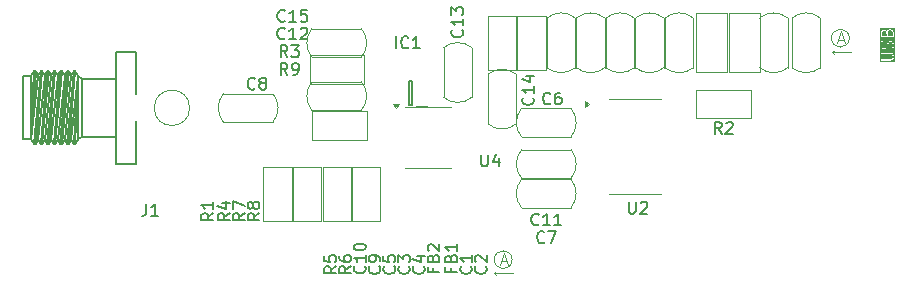
<source format=gbr>
%TF.GenerationSoftware,KiCad,Pcbnew,8.0.2*%
%TF.CreationDate,2024-05-24T16:47:28+07:00*%
%TF.ProjectId,ADC_pHAT,4144435f-7048-4415-942e-6b696361645f,rev?*%
%TF.SameCoordinates,PX5cbead0PY5705d50*%
%TF.FileFunction,Legend,Top*%
%TF.FilePolarity,Positive*%
%FSLAX46Y46*%
G04 Gerber Fmt 4.6, Leading zero omitted, Abs format (unit mm)*
G04 Created by KiCad (PCBNEW 8.0.2) date 2024-05-24 16:47:28*
%MOMM*%
%LPD*%
G01*
G04 APERTURE LIST*
%ADD10C,0.100000*%
%ADD11C,0.150000*%
%ADD12C,0.120000*%
%ADD13C,0.200000*%
G04 APERTURE END LIST*
D10*
X32175000Y1025000D02*
X30575000Y1025000D01*
X30575000Y1025000D02*
X30725000Y1175000D01*
X30575000Y1025000D02*
X30725000Y875000D01*
X59200000Y19700000D02*
X59350000Y19850000D01*
X59200000Y19700000D02*
X59350000Y19550000D01*
X60800000Y19700000D02*
X59200000Y19700000D01*
X60656637Y20900000D02*
G75*
G02*
X59143363Y20900000I-756637J0D01*
G01*
X59143363Y20900000D02*
G75*
G02*
X60656637Y20900000I756637J0D01*
G01*
X59706265Y20769933D02*
X60182455Y20769933D01*
X59611027Y20484218D02*
X59944360Y21484218D01*
X59944360Y21484218D02*
X60277693Y20484218D01*
X32106637Y2143363D02*
G75*
G02*
X30593363Y2143363I-756637J0D01*
G01*
X30593363Y2143363D02*
G75*
G02*
X32106637Y2143363I756637J0D01*
G01*
X31156265Y2013296D02*
X31632455Y2013296D01*
X31061027Y1727581D02*
X31394360Y2727581D01*
X31394360Y2727581D02*
X31727693Y1727581D01*
G36*
X63717823Y21495009D02*
G01*
X63718016Y21494720D01*
X63756697Y21459299D01*
X63798672Y21381346D01*
X63801691Y21101754D01*
X63421917Y21100336D01*
X63419017Y21368915D01*
X63455104Y21446909D01*
X63455393Y21447101D01*
X63490814Y21485783D01*
X63569028Y21527899D01*
X63641526Y21530311D01*
X63717823Y21495009D01*
G37*
G36*
X64241631Y21542628D02*
G01*
X64241825Y21542338D01*
X64280507Y21506918D01*
X64322474Y21428979D01*
X64325568Y21103711D01*
X63898088Y21102114D01*
X63895196Y21369922D01*
X63896043Y21371407D01*
X63935375Y21498863D01*
X63967004Y21533402D01*
X64045102Y21575455D01*
X64164615Y21578263D01*
X64241631Y21542628D01*
G37*
G36*
X64533530Y18892774D02*
G01*
X63211308Y18892774D01*
X63211308Y19644447D01*
X63326225Y19644447D01*
X63326225Y19606179D01*
X63353285Y19579119D01*
X63372419Y19575313D01*
X64163141Y19578945D01*
X64241631Y19542628D01*
X64241825Y19542338D01*
X64280507Y19506918D01*
X64322527Y19428882D01*
X64325555Y19262093D01*
X64289733Y19184673D01*
X64289445Y19184479D01*
X64254022Y19145797D01*
X64176137Y19103859D01*
X63353285Y19100079D01*
X63326225Y19073019D01*
X63326225Y19034751D01*
X63353285Y19007691D01*
X63372419Y19003885D01*
X64174808Y19007571D01*
X64185487Y19004011D01*
X64198887Y19007681D01*
X64201076Y19007691D01*
X64201887Y19008503D01*
X64204303Y19009164D01*
X64290003Y19055310D01*
X64296314Y19055310D01*
X64312535Y19066148D01*
X64314873Y19068702D01*
X64314952Y19068744D01*
X64314974Y19068813D01*
X64352330Y19109608D01*
X64357560Y19111350D01*
X64369521Y19126762D01*
X64412037Y19218652D01*
X64418613Y19225227D01*
X64421277Y19238621D01*
X64422293Y19240816D01*
X64421930Y19241905D01*
X64422419Y19244361D01*
X64419071Y19428718D01*
X64422293Y19438382D01*
X64418654Y19451667D01*
X64418613Y19453971D01*
X64417801Y19454783D01*
X64417140Y19457198D01*
X64370994Y19542899D01*
X64370994Y19549210D01*
X64360155Y19565431D01*
X64357603Y19567768D01*
X64357560Y19567848D01*
X64357489Y19567872D01*
X64316694Y19605227D01*
X64314952Y19610454D01*
X64299540Y19622416D01*
X64207651Y19664932D01*
X64201076Y19671507D01*
X64187682Y19674172D01*
X64185487Y19675187D01*
X64184398Y19674825D01*
X64181942Y19675313D01*
X63353285Y19671507D01*
X63326225Y19644447D01*
X63211308Y19644447D01*
X63211308Y20482456D01*
X63322419Y20482456D01*
X63325847Y20250725D01*
X63322545Y20240816D01*
X63326191Y20227502D01*
X63326225Y20225227D01*
X63327036Y20224416D01*
X63327698Y20222000D01*
X63373844Y20136300D01*
X63373844Y20129989D01*
X63384683Y20113768D01*
X63387234Y20111432D01*
X63387278Y20111351D01*
X63387347Y20111328D01*
X63428141Y20073973D01*
X63429884Y20068744D01*
X63445296Y20056783D01*
X63537185Y20014267D01*
X63543761Y20007691D01*
X63557154Y20005027D01*
X63559350Y20004011D01*
X63560438Y20004374D01*
X63562895Y20003885D01*
X63653054Y20006886D01*
X63661678Y20004011D01*
X63674817Y20007610D01*
X63677267Y20007691D01*
X63678078Y20008503D01*
X63680494Y20009164D01*
X63766194Y20055310D01*
X63772505Y20055310D01*
X63788726Y20066149D01*
X63791062Y20068701D01*
X63791143Y20068744D01*
X63791166Y20068814D01*
X63828521Y20109608D01*
X63833750Y20111350D01*
X63845711Y20126762D01*
X63885415Y20212575D01*
X63888783Y20214595D01*
X63897116Y20232234D01*
X63937899Y20408547D01*
X63940949Y20412476D01*
X63978913Y20494528D01*
X63979202Y20494720D01*
X64014623Y20533402D01*
X64092837Y20575518D01*
X64165335Y20577930D01*
X64241631Y20542628D01*
X64241825Y20542338D01*
X64280507Y20506918D01*
X64322506Y20428920D01*
X64325689Y20213790D01*
X64324985Y20212553D01*
X64274926Y20050341D01*
X64292040Y20016112D01*
X64328344Y20004011D01*
X64362573Y20021125D01*
X64372234Y20038074D01*
X64413813Y20172809D01*
X64418613Y20177608D01*
X64422419Y20196742D01*
X64418990Y20428475D01*
X64422293Y20438382D01*
X64418646Y20451697D01*
X64418613Y20453971D01*
X64417801Y20454783D01*
X64417140Y20457198D01*
X64370994Y20542899D01*
X64370994Y20549210D01*
X64360155Y20565431D01*
X64357603Y20567768D01*
X64357560Y20567848D01*
X64357489Y20567872D01*
X64316694Y20605227D01*
X64314952Y20610454D01*
X64299540Y20622416D01*
X64207651Y20664932D01*
X64201076Y20671507D01*
X64187682Y20674172D01*
X64185487Y20675187D01*
X64184398Y20674825D01*
X64181942Y20675313D01*
X64091781Y20672313D01*
X64083159Y20675187D01*
X64070019Y20671589D01*
X64067570Y20671507D01*
X64066758Y20670696D01*
X64064343Y20670034D01*
X63978642Y20623888D01*
X63972331Y20623888D01*
X63956110Y20613049D01*
X63953773Y20610498D01*
X63953693Y20610454D01*
X63953669Y20610384D01*
X63916315Y20569590D01*
X63911087Y20567847D01*
X63899125Y20552435D01*
X63859420Y20466624D01*
X63856054Y20464603D01*
X63847721Y20446964D01*
X63806937Y20270652D01*
X63803887Y20266721D01*
X63765923Y20184672D01*
X63765634Y20184478D01*
X63730214Y20145797D01*
X63651998Y20103681D01*
X63579502Y20101269D01*
X63503205Y20136571D01*
X63503012Y20136860D01*
X63464330Y20172280D01*
X63422331Y20250280D01*
X63419148Y20465409D01*
X63419853Y20466645D01*
X63469912Y20628857D01*
X63452798Y20663085D01*
X63416494Y20675187D01*
X63382265Y20658072D01*
X63372604Y20641124D01*
X63331024Y20506390D01*
X63326225Y20501590D01*
X63322419Y20482456D01*
X63211308Y20482456D01*
X63211308Y21387218D01*
X63322419Y21387218D01*
X63326225Y21034751D01*
X63353285Y21007691D01*
X63372419Y21003885D01*
X64391553Y21007691D01*
X64418613Y21034751D01*
X64422419Y21053885D01*
X64418859Y21428082D01*
X64422293Y21438382D01*
X64418634Y21451742D01*
X64418613Y21453971D01*
X64417801Y21454783D01*
X64417140Y21457198D01*
X64370994Y21542899D01*
X64370994Y21549210D01*
X64360155Y21565431D01*
X64357603Y21567768D01*
X64357560Y21567848D01*
X64357489Y21567872D01*
X64316694Y21605227D01*
X64314952Y21610454D01*
X64299540Y21622416D01*
X64207651Y21664932D01*
X64201076Y21671507D01*
X64187682Y21674172D01*
X64185487Y21675187D01*
X64184398Y21674825D01*
X64181942Y21675313D01*
X64044826Y21672092D01*
X64035540Y21675187D01*
X64022304Y21671563D01*
X64019951Y21671507D01*
X64019139Y21670696D01*
X64016724Y21670034D01*
X63931023Y21623888D01*
X63924712Y21623888D01*
X63908491Y21613049D01*
X63906154Y21610498D01*
X63906074Y21610454D01*
X63906050Y21610384D01*
X63865934Y21566574D01*
X63858455Y21562834D01*
X63851767Y21551102D01*
X63850034Y21549209D01*
X63850034Y21548062D01*
X63848794Y21545886D01*
X63838934Y21513937D01*
X63836345Y21517812D01*
X63833793Y21520149D01*
X63833750Y21520229D01*
X63833679Y21520253D01*
X63792885Y21557607D01*
X63791143Y21562835D01*
X63775731Y21574797D01*
X63683842Y21617313D01*
X63677267Y21623888D01*
X63663873Y21626553D01*
X63661678Y21627568D01*
X63660589Y21627206D01*
X63658133Y21627694D01*
X63567972Y21624694D01*
X63559350Y21627568D01*
X63546210Y21623970D01*
X63543761Y21623888D01*
X63542949Y21623077D01*
X63540534Y21622415D01*
X63454833Y21576269D01*
X63448522Y21576269D01*
X63432301Y21565430D01*
X63429964Y21562879D01*
X63429884Y21562835D01*
X63429860Y21562765D01*
X63392506Y21521971D01*
X63387278Y21520228D01*
X63375316Y21504816D01*
X63332800Y21412928D01*
X63326225Y21406352D01*
X63323560Y21392959D01*
X63322545Y21390763D01*
X63322907Y21389675D01*
X63322419Y21387218D01*
X63211308Y21387218D01*
X63211308Y21786424D01*
X64533530Y21786424D01*
X64533530Y18892774D01*
G37*
D11*
X12857142Y22390420D02*
X12809523Y22342800D01*
X12809523Y22342800D02*
X12666666Y22295181D01*
X12666666Y22295181D02*
X12571428Y22295181D01*
X12571428Y22295181D02*
X12428571Y22342800D01*
X12428571Y22342800D02*
X12333333Y22438039D01*
X12333333Y22438039D02*
X12285714Y22533277D01*
X12285714Y22533277D02*
X12238095Y22723753D01*
X12238095Y22723753D02*
X12238095Y22866610D01*
X12238095Y22866610D02*
X12285714Y23057086D01*
X12285714Y23057086D02*
X12333333Y23152324D01*
X12333333Y23152324D02*
X12428571Y23247562D01*
X12428571Y23247562D02*
X12571428Y23295181D01*
X12571428Y23295181D02*
X12666666Y23295181D01*
X12666666Y23295181D02*
X12809523Y23247562D01*
X12809523Y23247562D02*
X12857142Y23199943D01*
X13809523Y22295181D02*
X13238095Y22295181D01*
X13523809Y22295181D02*
X13523809Y23295181D01*
X13523809Y23295181D02*
X13428571Y23152324D01*
X13428571Y23152324D02*
X13333333Y23057086D01*
X13333333Y23057086D02*
X13238095Y23009467D01*
X14714285Y23295181D02*
X14238095Y23295181D01*
X14238095Y23295181D02*
X14190476Y22818991D01*
X14190476Y22818991D02*
X14238095Y22866610D01*
X14238095Y22866610D02*
X14333333Y22914229D01*
X14333333Y22914229D02*
X14571428Y22914229D01*
X14571428Y22914229D02*
X14666666Y22866610D01*
X14666666Y22866610D02*
X14714285Y22818991D01*
X14714285Y22818991D02*
X14761904Y22723753D01*
X14761904Y22723753D02*
X14761904Y22485658D01*
X14761904Y22485658D02*
X14714285Y22390420D01*
X14714285Y22390420D02*
X14666666Y22342800D01*
X14666666Y22342800D02*
X14571428Y22295181D01*
X14571428Y22295181D02*
X14333333Y22295181D01*
X14333333Y22295181D02*
X14238095Y22342800D01*
X14238095Y22342800D02*
X14190476Y22390420D01*
X27859580Y21607143D02*
X27907200Y21559524D01*
X27907200Y21559524D02*
X27954819Y21416667D01*
X27954819Y21416667D02*
X27954819Y21321429D01*
X27954819Y21321429D02*
X27907200Y21178572D01*
X27907200Y21178572D02*
X27811961Y21083334D01*
X27811961Y21083334D02*
X27716723Y21035715D01*
X27716723Y21035715D02*
X27526247Y20988096D01*
X27526247Y20988096D02*
X27383390Y20988096D01*
X27383390Y20988096D02*
X27192914Y21035715D01*
X27192914Y21035715D02*
X27097676Y21083334D01*
X27097676Y21083334D02*
X27002438Y21178572D01*
X27002438Y21178572D02*
X26954819Y21321429D01*
X26954819Y21321429D02*
X26954819Y21416667D01*
X26954819Y21416667D02*
X27002438Y21559524D01*
X27002438Y21559524D02*
X27050057Y21607143D01*
X27954819Y22559524D02*
X27954819Y21988096D01*
X27954819Y22273810D02*
X26954819Y22273810D01*
X26954819Y22273810D02*
X27097676Y22178572D01*
X27097676Y22178572D02*
X27192914Y22083334D01*
X27192914Y22083334D02*
X27240533Y21988096D01*
X26954819Y22892858D02*
X26954819Y23511905D01*
X26954819Y23511905D02*
X27335771Y23178572D01*
X27335771Y23178572D02*
X27335771Y23321429D01*
X27335771Y23321429D02*
X27383390Y23416667D01*
X27383390Y23416667D02*
X27431009Y23464286D01*
X27431009Y23464286D02*
X27526247Y23511905D01*
X27526247Y23511905D02*
X27764342Y23511905D01*
X27764342Y23511905D02*
X27859580Y23464286D01*
X27859580Y23464286D02*
X27907200Y23416667D01*
X27907200Y23416667D02*
X27954819Y23321429D01*
X27954819Y23321429D02*
X27954819Y23035715D01*
X27954819Y23035715D02*
X27907200Y22940477D01*
X27907200Y22940477D02*
X27859580Y22892858D01*
X20859580Y1583334D02*
X20907200Y1535715D01*
X20907200Y1535715D02*
X20954819Y1392858D01*
X20954819Y1392858D02*
X20954819Y1297620D01*
X20954819Y1297620D02*
X20907200Y1154763D01*
X20907200Y1154763D02*
X20811961Y1059525D01*
X20811961Y1059525D02*
X20716723Y1011906D01*
X20716723Y1011906D02*
X20526247Y964287D01*
X20526247Y964287D02*
X20383390Y964287D01*
X20383390Y964287D02*
X20192914Y1011906D01*
X20192914Y1011906D02*
X20097676Y1059525D01*
X20097676Y1059525D02*
X20002438Y1154763D01*
X20002438Y1154763D02*
X19954819Y1297620D01*
X19954819Y1297620D02*
X19954819Y1392858D01*
X19954819Y1392858D02*
X20002438Y1535715D01*
X20002438Y1535715D02*
X20050057Y1583334D01*
X20954819Y2059525D02*
X20954819Y2250001D01*
X20954819Y2250001D02*
X20907200Y2345239D01*
X20907200Y2345239D02*
X20859580Y2392858D01*
X20859580Y2392858D02*
X20716723Y2488096D01*
X20716723Y2488096D02*
X20526247Y2535715D01*
X20526247Y2535715D02*
X20145295Y2535715D01*
X20145295Y2535715D02*
X20050057Y2488096D01*
X20050057Y2488096D02*
X20002438Y2440477D01*
X20002438Y2440477D02*
X19954819Y2345239D01*
X19954819Y2345239D02*
X19954819Y2154763D01*
X19954819Y2154763D02*
X20002438Y2059525D01*
X20002438Y2059525D02*
X20050057Y2011906D01*
X20050057Y2011906D02*
X20145295Y1964287D01*
X20145295Y1964287D02*
X20383390Y1964287D01*
X20383390Y1964287D02*
X20478628Y2011906D01*
X20478628Y2011906D02*
X20526247Y2059525D01*
X20526247Y2059525D02*
X20573866Y2154763D01*
X20573866Y2154763D02*
X20573866Y2345239D01*
X20573866Y2345239D02*
X20526247Y2440477D01*
X20526247Y2440477D02*
X20478628Y2488096D01*
X20478628Y2488096D02*
X20383390Y2535715D01*
X24609580Y1583334D02*
X24657200Y1535715D01*
X24657200Y1535715D02*
X24704819Y1392858D01*
X24704819Y1392858D02*
X24704819Y1297620D01*
X24704819Y1297620D02*
X24657200Y1154763D01*
X24657200Y1154763D02*
X24561961Y1059525D01*
X24561961Y1059525D02*
X24466723Y1011906D01*
X24466723Y1011906D02*
X24276247Y964287D01*
X24276247Y964287D02*
X24133390Y964287D01*
X24133390Y964287D02*
X23942914Y1011906D01*
X23942914Y1011906D02*
X23847676Y1059525D01*
X23847676Y1059525D02*
X23752438Y1154763D01*
X23752438Y1154763D02*
X23704819Y1297620D01*
X23704819Y1297620D02*
X23704819Y1392858D01*
X23704819Y1392858D02*
X23752438Y1535715D01*
X23752438Y1535715D02*
X23800057Y1583334D01*
X24038152Y2440477D02*
X24704819Y2440477D01*
X23657200Y2202382D02*
X24371485Y1964287D01*
X24371485Y1964287D02*
X24371485Y2583334D01*
X13083333Y19295181D02*
X12750000Y19771372D01*
X12511905Y19295181D02*
X12511905Y20295181D01*
X12511905Y20295181D02*
X12892857Y20295181D01*
X12892857Y20295181D02*
X12988095Y20247562D01*
X12988095Y20247562D02*
X13035714Y20199943D01*
X13035714Y20199943D02*
X13083333Y20104705D01*
X13083333Y20104705D02*
X13083333Y19961848D01*
X13083333Y19961848D02*
X13035714Y19866610D01*
X13035714Y19866610D02*
X12988095Y19818991D01*
X12988095Y19818991D02*
X12892857Y19771372D01*
X12892857Y19771372D02*
X12511905Y19771372D01*
X13416667Y20295181D02*
X14035714Y20295181D01*
X14035714Y20295181D02*
X13702381Y19914229D01*
X13702381Y19914229D02*
X13845238Y19914229D01*
X13845238Y19914229D02*
X13940476Y19866610D01*
X13940476Y19866610D02*
X13988095Y19818991D01*
X13988095Y19818991D02*
X14035714Y19723753D01*
X14035714Y19723753D02*
X14035714Y19485658D01*
X14035714Y19485658D02*
X13988095Y19390420D01*
X13988095Y19390420D02*
X13940476Y19342800D01*
X13940476Y19342800D02*
X13845238Y19295181D01*
X13845238Y19295181D02*
X13559524Y19295181D01*
X13559524Y19295181D02*
X13464286Y19342800D01*
X13464286Y19342800D02*
X13416667Y19390420D01*
X17204819Y1583334D02*
X16728628Y1250001D01*
X17204819Y1011906D02*
X16204819Y1011906D01*
X16204819Y1011906D02*
X16204819Y1392858D01*
X16204819Y1392858D02*
X16252438Y1488096D01*
X16252438Y1488096D02*
X16300057Y1535715D01*
X16300057Y1535715D02*
X16395295Y1583334D01*
X16395295Y1583334D02*
X16538152Y1583334D01*
X16538152Y1583334D02*
X16633390Y1535715D01*
X16633390Y1535715D02*
X16681009Y1488096D01*
X16681009Y1488096D02*
X16728628Y1392858D01*
X16728628Y1392858D02*
X16728628Y1011906D01*
X16204819Y2488096D02*
X16204819Y2011906D01*
X16204819Y2011906D02*
X16681009Y1964287D01*
X16681009Y1964287D02*
X16633390Y2011906D01*
X16633390Y2011906D02*
X16585771Y2107144D01*
X16585771Y2107144D02*
X16585771Y2345239D01*
X16585771Y2345239D02*
X16633390Y2440477D01*
X16633390Y2440477D02*
X16681009Y2488096D01*
X16681009Y2488096D02*
X16776247Y2535715D01*
X16776247Y2535715D02*
X17014342Y2535715D01*
X17014342Y2535715D02*
X17109580Y2488096D01*
X17109580Y2488096D02*
X17157200Y2440477D01*
X17157200Y2440477D02*
X17204819Y2345239D01*
X17204819Y2345239D02*
X17204819Y2107144D01*
X17204819Y2107144D02*
X17157200Y2011906D01*
X17157200Y2011906D02*
X17109580Y1964287D01*
X29488095Y11045181D02*
X29488095Y10235658D01*
X29488095Y10235658D02*
X29535714Y10140420D01*
X29535714Y10140420D02*
X29583333Y10092800D01*
X29583333Y10092800D02*
X29678571Y10045181D01*
X29678571Y10045181D02*
X29869047Y10045181D01*
X29869047Y10045181D02*
X29964285Y10092800D01*
X29964285Y10092800D02*
X30011904Y10140420D01*
X30011904Y10140420D02*
X30059523Y10235658D01*
X30059523Y10235658D02*
X30059523Y11045181D01*
X30964285Y10711848D02*
X30964285Y10045181D01*
X30726190Y11092800D02*
X30488095Y10378515D01*
X30488095Y10378515D02*
X31107142Y10378515D01*
X41988095Y7045181D02*
X41988095Y6235658D01*
X41988095Y6235658D02*
X42035714Y6140420D01*
X42035714Y6140420D02*
X42083333Y6092800D01*
X42083333Y6092800D02*
X42178571Y6045181D01*
X42178571Y6045181D02*
X42369047Y6045181D01*
X42369047Y6045181D02*
X42464285Y6092800D01*
X42464285Y6092800D02*
X42511904Y6140420D01*
X42511904Y6140420D02*
X42559523Y6235658D01*
X42559523Y6235658D02*
X42559523Y7045181D01*
X42988095Y6949943D02*
X43035714Y6997562D01*
X43035714Y6997562D02*
X43130952Y7045181D01*
X43130952Y7045181D02*
X43369047Y7045181D01*
X43369047Y7045181D02*
X43464285Y6997562D01*
X43464285Y6997562D02*
X43511904Y6949943D01*
X43511904Y6949943D02*
X43559523Y6854705D01*
X43559523Y6854705D02*
X43559523Y6759467D01*
X43559523Y6759467D02*
X43511904Y6616610D01*
X43511904Y6616610D02*
X42940476Y6045181D01*
X42940476Y6045181D02*
X43559523Y6045181D01*
X34357142Y5140420D02*
X34309523Y5092800D01*
X34309523Y5092800D02*
X34166666Y5045181D01*
X34166666Y5045181D02*
X34071428Y5045181D01*
X34071428Y5045181D02*
X33928571Y5092800D01*
X33928571Y5092800D02*
X33833333Y5188039D01*
X33833333Y5188039D02*
X33785714Y5283277D01*
X33785714Y5283277D02*
X33738095Y5473753D01*
X33738095Y5473753D02*
X33738095Y5616610D01*
X33738095Y5616610D02*
X33785714Y5807086D01*
X33785714Y5807086D02*
X33833333Y5902324D01*
X33833333Y5902324D02*
X33928571Y5997562D01*
X33928571Y5997562D02*
X34071428Y6045181D01*
X34071428Y6045181D02*
X34166666Y6045181D01*
X34166666Y6045181D02*
X34309523Y5997562D01*
X34309523Y5997562D02*
X34357142Y5949943D01*
X35309523Y5045181D02*
X34738095Y5045181D01*
X35023809Y5045181D02*
X35023809Y6045181D01*
X35023809Y6045181D02*
X34928571Y5902324D01*
X34928571Y5902324D02*
X34833333Y5807086D01*
X34833333Y5807086D02*
X34738095Y5759467D01*
X36261904Y5045181D02*
X35690476Y5045181D01*
X35976190Y5045181D02*
X35976190Y6045181D01*
X35976190Y6045181D02*
X35880952Y5902324D01*
X35880952Y5902324D02*
X35785714Y5807086D01*
X35785714Y5807086D02*
X35690476Y5759467D01*
X34833333Y3640420D02*
X34785714Y3592800D01*
X34785714Y3592800D02*
X34642857Y3545181D01*
X34642857Y3545181D02*
X34547619Y3545181D01*
X34547619Y3545181D02*
X34404762Y3592800D01*
X34404762Y3592800D02*
X34309524Y3688039D01*
X34309524Y3688039D02*
X34261905Y3783277D01*
X34261905Y3783277D02*
X34214286Y3973753D01*
X34214286Y3973753D02*
X34214286Y4116610D01*
X34214286Y4116610D02*
X34261905Y4307086D01*
X34261905Y4307086D02*
X34309524Y4402324D01*
X34309524Y4402324D02*
X34404762Y4497562D01*
X34404762Y4497562D02*
X34547619Y4545181D01*
X34547619Y4545181D02*
X34642857Y4545181D01*
X34642857Y4545181D02*
X34785714Y4497562D01*
X34785714Y4497562D02*
X34833333Y4449943D01*
X35166667Y4545181D02*
X35833333Y4545181D01*
X35833333Y4545181D02*
X35404762Y3545181D01*
X10704819Y6083334D02*
X10228628Y5750001D01*
X10704819Y5511906D02*
X9704819Y5511906D01*
X9704819Y5511906D02*
X9704819Y5892858D01*
X9704819Y5892858D02*
X9752438Y5988096D01*
X9752438Y5988096D02*
X9800057Y6035715D01*
X9800057Y6035715D02*
X9895295Y6083334D01*
X9895295Y6083334D02*
X10038152Y6083334D01*
X10038152Y6083334D02*
X10133390Y6035715D01*
X10133390Y6035715D02*
X10181009Y5988096D01*
X10181009Y5988096D02*
X10228628Y5892858D01*
X10228628Y5892858D02*
X10228628Y5511906D01*
X10133390Y6654763D02*
X10085771Y6559525D01*
X10085771Y6559525D02*
X10038152Y6511906D01*
X10038152Y6511906D02*
X9942914Y6464287D01*
X9942914Y6464287D02*
X9895295Y6464287D01*
X9895295Y6464287D02*
X9800057Y6511906D01*
X9800057Y6511906D02*
X9752438Y6559525D01*
X9752438Y6559525D02*
X9704819Y6654763D01*
X9704819Y6654763D02*
X9704819Y6845239D01*
X9704819Y6845239D02*
X9752438Y6940477D01*
X9752438Y6940477D02*
X9800057Y6988096D01*
X9800057Y6988096D02*
X9895295Y7035715D01*
X9895295Y7035715D02*
X9942914Y7035715D01*
X9942914Y7035715D02*
X10038152Y6988096D01*
X10038152Y6988096D02*
X10085771Y6940477D01*
X10085771Y6940477D02*
X10133390Y6845239D01*
X10133390Y6845239D02*
X10133390Y6654763D01*
X10133390Y6654763D02*
X10181009Y6559525D01*
X10181009Y6559525D02*
X10228628Y6511906D01*
X10228628Y6511906D02*
X10323866Y6464287D01*
X10323866Y6464287D02*
X10514342Y6464287D01*
X10514342Y6464287D02*
X10609580Y6511906D01*
X10609580Y6511906D02*
X10657200Y6559525D01*
X10657200Y6559525D02*
X10704819Y6654763D01*
X10704819Y6654763D02*
X10704819Y6845239D01*
X10704819Y6845239D02*
X10657200Y6940477D01*
X10657200Y6940477D02*
X10609580Y6988096D01*
X10609580Y6988096D02*
X10514342Y7035715D01*
X10514342Y7035715D02*
X10323866Y7035715D01*
X10323866Y7035715D02*
X10228628Y6988096D01*
X10228628Y6988096D02*
X10181009Y6940477D01*
X10181009Y6940477D02*
X10133390Y6845239D01*
X49833333Y12795181D02*
X49500000Y13271372D01*
X49261905Y12795181D02*
X49261905Y13795181D01*
X49261905Y13795181D02*
X49642857Y13795181D01*
X49642857Y13795181D02*
X49738095Y13747562D01*
X49738095Y13747562D02*
X49785714Y13699943D01*
X49785714Y13699943D02*
X49833333Y13604705D01*
X49833333Y13604705D02*
X49833333Y13461848D01*
X49833333Y13461848D02*
X49785714Y13366610D01*
X49785714Y13366610D02*
X49738095Y13318991D01*
X49738095Y13318991D02*
X49642857Y13271372D01*
X49642857Y13271372D02*
X49261905Y13271372D01*
X50214286Y13699943D02*
X50261905Y13747562D01*
X50261905Y13747562D02*
X50357143Y13795181D01*
X50357143Y13795181D02*
X50595238Y13795181D01*
X50595238Y13795181D02*
X50690476Y13747562D01*
X50690476Y13747562D02*
X50738095Y13699943D01*
X50738095Y13699943D02*
X50785714Y13604705D01*
X50785714Y13604705D02*
X50785714Y13509467D01*
X50785714Y13509467D02*
X50738095Y13366610D01*
X50738095Y13366610D02*
X50166667Y12795181D01*
X50166667Y12795181D02*
X50785714Y12795181D01*
X29859580Y1583334D02*
X29907200Y1535715D01*
X29907200Y1535715D02*
X29954819Y1392858D01*
X29954819Y1392858D02*
X29954819Y1297620D01*
X29954819Y1297620D02*
X29907200Y1154763D01*
X29907200Y1154763D02*
X29811961Y1059525D01*
X29811961Y1059525D02*
X29716723Y1011906D01*
X29716723Y1011906D02*
X29526247Y964287D01*
X29526247Y964287D02*
X29383390Y964287D01*
X29383390Y964287D02*
X29192914Y1011906D01*
X29192914Y1011906D02*
X29097676Y1059525D01*
X29097676Y1059525D02*
X29002438Y1154763D01*
X29002438Y1154763D02*
X28954819Y1297620D01*
X28954819Y1297620D02*
X28954819Y1392858D01*
X28954819Y1392858D02*
X29002438Y1535715D01*
X29002438Y1535715D02*
X29050057Y1583334D01*
X29050057Y1964287D02*
X29002438Y2011906D01*
X29002438Y2011906D02*
X28954819Y2107144D01*
X28954819Y2107144D02*
X28954819Y2345239D01*
X28954819Y2345239D02*
X29002438Y2440477D01*
X29002438Y2440477D02*
X29050057Y2488096D01*
X29050057Y2488096D02*
X29145295Y2535715D01*
X29145295Y2535715D02*
X29240533Y2535715D01*
X29240533Y2535715D02*
X29383390Y2488096D01*
X29383390Y2488096D02*
X29954819Y1916668D01*
X29954819Y1916668D02*
X29954819Y2535715D01*
X10333333Y16640420D02*
X10285714Y16592800D01*
X10285714Y16592800D02*
X10142857Y16545181D01*
X10142857Y16545181D02*
X10047619Y16545181D01*
X10047619Y16545181D02*
X9904762Y16592800D01*
X9904762Y16592800D02*
X9809524Y16688039D01*
X9809524Y16688039D02*
X9761905Y16783277D01*
X9761905Y16783277D02*
X9714286Y16973753D01*
X9714286Y16973753D02*
X9714286Y17116610D01*
X9714286Y17116610D02*
X9761905Y17307086D01*
X9761905Y17307086D02*
X9809524Y17402324D01*
X9809524Y17402324D02*
X9904762Y17497562D01*
X9904762Y17497562D02*
X10047619Y17545181D01*
X10047619Y17545181D02*
X10142857Y17545181D01*
X10142857Y17545181D02*
X10285714Y17497562D01*
X10285714Y17497562D02*
X10333333Y17449943D01*
X10904762Y17116610D02*
X10809524Y17164229D01*
X10809524Y17164229D02*
X10761905Y17211848D01*
X10761905Y17211848D02*
X10714286Y17307086D01*
X10714286Y17307086D02*
X10714286Y17354705D01*
X10714286Y17354705D02*
X10761905Y17449943D01*
X10761905Y17449943D02*
X10809524Y17497562D01*
X10809524Y17497562D02*
X10904762Y17545181D01*
X10904762Y17545181D02*
X11095238Y17545181D01*
X11095238Y17545181D02*
X11190476Y17497562D01*
X11190476Y17497562D02*
X11238095Y17449943D01*
X11238095Y17449943D02*
X11285714Y17354705D01*
X11285714Y17354705D02*
X11285714Y17307086D01*
X11285714Y17307086D02*
X11238095Y17211848D01*
X11238095Y17211848D02*
X11190476Y17164229D01*
X11190476Y17164229D02*
X11095238Y17116610D01*
X11095238Y17116610D02*
X10904762Y17116610D01*
X10904762Y17116610D02*
X10809524Y17068991D01*
X10809524Y17068991D02*
X10761905Y17021372D01*
X10761905Y17021372D02*
X10714286Y16926134D01*
X10714286Y16926134D02*
X10714286Y16735658D01*
X10714286Y16735658D02*
X10761905Y16640420D01*
X10761905Y16640420D02*
X10809524Y16592800D01*
X10809524Y16592800D02*
X10904762Y16545181D01*
X10904762Y16545181D02*
X11095238Y16545181D01*
X11095238Y16545181D02*
X11190476Y16592800D01*
X11190476Y16592800D02*
X11238095Y16640420D01*
X11238095Y16640420D02*
X11285714Y16735658D01*
X11285714Y16735658D02*
X11285714Y16926134D01*
X11285714Y16926134D02*
X11238095Y17021372D01*
X11238095Y17021372D02*
X11190476Y17068991D01*
X11190476Y17068991D02*
X11095238Y17116610D01*
X9454819Y6083334D02*
X8978628Y5750001D01*
X9454819Y5511906D02*
X8454819Y5511906D01*
X8454819Y5511906D02*
X8454819Y5892858D01*
X8454819Y5892858D02*
X8502438Y5988096D01*
X8502438Y5988096D02*
X8550057Y6035715D01*
X8550057Y6035715D02*
X8645295Y6083334D01*
X8645295Y6083334D02*
X8788152Y6083334D01*
X8788152Y6083334D02*
X8883390Y6035715D01*
X8883390Y6035715D02*
X8931009Y5988096D01*
X8931009Y5988096D02*
X8978628Y5892858D01*
X8978628Y5892858D02*
X8978628Y5511906D01*
X8454819Y6416668D02*
X8454819Y7083334D01*
X8454819Y7083334D02*
X9454819Y6654763D01*
X35333333Y15390420D02*
X35285714Y15342800D01*
X35285714Y15342800D02*
X35142857Y15295181D01*
X35142857Y15295181D02*
X35047619Y15295181D01*
X35047619Y15295181D02*
X34904762Y15342800D01*
X34904762Y15342800D02*
X34809524Y15438039D01*
X34809524Y15438039D02*
X34761905Y15533277D01*
X34761905Y15533277D02*
X34714286Y15723753D01*
X34714286Y15723753D02*
X34714286Y15866610D01*
X34714286Y15866610D02*
X34761905Y16057086D01*
X34761905Y16057086D02*
X34809524Y16152324D01*
X34809524Y16152324D02*
X34904762Y16247562D01*
X34904762Y16247562D02*
X35047619Y16295181D01*
X35047619Y16295181D02*
X35142857Y16295181D01*
X35142857Y16295181D02*
X35285714Y16247562D01*
X35285714Y16247562D02*
X35333333Y16199943D01*
X36190476Y16295181D02*
X36000000Y16295181D01*
X36000000Y16295181D02*
X35904762Y16247562D01*
X35904762Y16247562D02*
X35857143Y16199943D01*
X35857143Y16199943D02*
X35761905Y16057086D01*
X35761905Y16057086D02*
X35714286Y15866610D01*
X35714286Y15866610D02*
X35714286Y15485658D01*
X35714286Y15485658D02*
X35761905Y15390420D01*
X35761905Y15390420D02*
X35809524Y15342800D01*
X35809524Y15342800D02*
X35904762Y15295181D01*
X35904762Y15295181D02*
X36095238Y15295181D01*
X36095238Y15295181D02*
X36190476Y15342800D01*
X36190476Y15342800D02*
X36238095Y15390420D01*
X36238095Y15390420D02*
X36285714Y15485658D01*
X36285714Y15485658D02*
X36285714Y15723753D01*
X36285714Y15723753D02*
X36238095Y15818991D01*
X36238095Y15818991D02*
X36190476Y15866610D01*
X36190476Y15866610D02*
X36095238Y15914229D01*
X36095238Y15914229D02*
X35904762Y15914229D01*
X35904762Y15914229D02*
X35809524Y15866610D01*
X35809524Y15866610D02*
X35761905Y15818991D01*
X35761905Y15818991D02*
X35714286Y15723753D01*
X13083333Y17795181D02*
X12750000Y18271372D01*
X12511905Y17795181D02*
X12511905Y18795181D01*
X12511905Y18795181D02*
X12892857Y18795181D01*
X12892857Y18795181D02*
X12988095Y18747562D01*
X12988095Y18747562D02*
X13035714Y18699943D01*
X13035714Y18699943D02*
X13083333Y18604705D01*
X13083333Y18604705D02*
X13083333Y18461848D01*
X13083333Y18461848D02*
X13035714Y18366610D01*
X13035714Y18366610D02*
X12988095Y18318991D01*
X12988095Y18318991D02*
X12892857Y18271372D01*
X12892857Y18271372D02*
X12511905Y18271372D01*
X13559524Y17795181D02*
X13750000Y17795181D01*
X13750000Y17795181D02*
X13845238Y17842800D01*
X13845238Y17842800D02*
X13892857Y17890420D01*
X13892857Y17890420D02*
X13988095Y18033277D01*
X13988095Y18033277D02*
X14035714Y18223753D01*
X14035714Y18223753D02*
X14035714Y18604705D01*
X14035714Y18604705D02*
X13988095Y18699943D01*
X13988095Y18699943D02*
X13940476Y18747562D01*
X13940476Y18747562D02*
X13845238Y18795181D01*
X13845238Y18795181D02*
X13654762Y18795181D01*
X13654762Y18795181D02*
X13559524Y18747562D01*
X13559524Y18747562D02*
X13511905Y18699943D01*
X13511905Y18699943D02*
X13464286Y18604705D01*
X13464286Y18604705D02*
X13464286Y18366610D01*
X13464286Y18366610D02*
X13511905Y18271372D01*
X13511905Y18271372D02*
X13559524Y18223753D01*
X13559524Y18223753D02*
X13654762Y18176134D01*
X13654762Y18176134D02*
X13845238Y18176134D01*
X13845238Y18176134D02*
X13940476Y18223753D01*
X13940476Y18223753D02*
X13988095Y18271372D01*
X13988095Y18271372D02*
X14035714Y18366610D01*
X8204819Y6083334D02*
X7728628Y5750001D01*
X8204819Y5511906D02*
X7204819Y5511906D01*
X7204819Y5511906D02*
X7204819Y5892858D01*
X7204819Y5892858D02*
X7252438Y5988096D01*
X7252438Y5988096D02*
X7300057Y6035715D01*
X7300057Y6035715D02*
X7395295Y6083334D01*
X7395295Y6083334D02*
X7538152Y6083334D01*
X7538152Y6083334D02*
X7633390Y6035715D01*
X7633390Y6035715D02*
X7681009Y5988096D01*
X7681009Y5988096D02*
X7728628Y5892858D01*
X7728628Y5892858D02*
X7728628Y5511906D01*
X7538152Y6940477D02*
X8204819Y6940477D01*
X7157200Y6702382D02*
X7871485Y6464287D01*
X7871485Y6464287D02*
X7871485Y7083334D01*
X1122493Y6880181D02*
X1122493Y6165896D01*
X1122493Y6165896D02*
X1074874Y6023039D01*
X1074874Y6023039D02*
X979636Y5927800D01*
X979636Y5927800D02*
X836779Y5880181D01*
X836779Y5880181D02*
X741541Y5880181D01*
X2122493Y5880181D02*
X1551065Y5880181D01*
X1836779Y5880181D02*
X1836779Y6880181D01*
X1836779Y6880181D02*
X1741541Y6737324D01*
X1741541Y6737324D02*
X1646303Y6642086D01*
X1646303Y6642086D02*
X1551065Y6594467D01*
X28609580Y1583334D02*
X28657200Y1535715D01*
X28657200Y1535715D02*
X28704819Y1392858D01*
X28704819Y1392858D02*
X28704819Y1297620D01*
X28704819Y1297620D02*
X28657200Y1154763D01*
X28657200Y1154763D02*
X28561961Y1059525D01*
X28561961Y1059525D02*
X28466723Y1011906D01*
X28466723Y1011906D02*
X28276247Y964287D01*
X28276247Y964287D02*
X28133390Y964287D01*
X28133390Y964287D02*
X27942914Y1011906D01*
X27942914Y1011906D02*
X27847676Y1059525D01*
X27847676Y1059525D02*
X27752438Y1154763D01*
X27752438Y1154763D02*
X27704819Y1297620D01*
X27704819Y1297620D02*
X27704819Y1392858D01*
X27704819Y1392858D02*
X27752438Y1535715D01*
X27752438Y1535715D02*
X27800057Y1583334D01*
X28704819Y2535715D02*
X28704819Y1964287D01*
X28704819Y2250001D02*
X27704819Y2250001D01*
X27704819Y2250001D02*
X27847676Y2154763D01*
X27847676Y2154763D02*
X27942914Y2059525D01*
X27942914Y2059525D02*
X27990533Y1964287D01*
X18454819Y1583334D02*
X17978628Y1250001D01*
X18454819Y1011906D02*
X17454819Y1011906D01*
X17454819Y1011906D02*
X17454819Y1392858D01*
X17454819Y1392858D02*
X17502438Y1488096D01*
X17502438Y1488096D02*
X17550057Y1535715D01*
X17550057Y1535715D02*
X17645295Y1583334D01*
X17645295Y1583334D02*
X17788152Y1583334D01*
X17788152Y1583334D02*
X17883390Y1535715D01*
X17883390Y1535715D02*
X17931009Y1488096D01*
X17931009Y1488096D02*
X17978628Y1392858D01*
X17978628Y1392858D02*
X17978628Y1011906D01*
X17454819Y2440477D02*
X17454819Y2250001D01*
X17454819Y2250001D02*
X17502438Y2154763D01*
X17502438Y2154763D02*
X17550057Y2107144D01*
X17550057Y2107144D02*
X17692914Y2011906D01*
X17692914Y2011906D02*
X17883390Y1964287D01*
X17883390Y1964287D02*
X18264342Y1964287D01*
X18264342Y1964287D02*
X18359580Y2011906D01*
X18359580Y2011906D02*
X18407200Y2059525D01*
X18407200Y2059525D02*
X18454819Y2154763D01*
X18454819Y2154763D02*
X18454819Y2345239D01*
X18454819Y2345239D02*
X18407200Y2440477D01*
X18407200Y2440477D02*
X18359580Y2488096D01*
X18359580Y2488096D02*
X18264342Y2535715D01*
X18264342Y2535715D02*
X18026247Y2535715D01*
X18026247Y2535715D02*
X17931009Y2488096D01*
X17931009Y2488096D02*
X17883390Y2440477D01*
X17883390Y2440477D02*
X17835771Y2345239D01*
X17835771Y2345239D02*
X17835771Y2154763D01*
X17835771Y2154763D02*
X17883390Y2059525D01*
X17883390Y2059525D02*
X17931009Y2011906D01*
X17931009Y2011906D02*
X18026247Y1964287D01*
X25431009Y1416667D02*
X25431009Y1083334D01*
X25954819Y1083334D02*
X24954819Y1083334D01*
X24954819Y1083334D02*
X24954819Y1559524D01*
X25431009Y2273810D02*
X25478628Y2416667D01*
X25478628Y2416667D02*
X25526247Y2464286D01*
X25526247Y2464286D02*
X25621485Y2511905D01*
X25621485Y2511905D02*
X25764342Y2511905D01*
X25764342Y2511905D02*
X25859580Y2464286D01*
X25859580Y2464286D02*
X25907200Y2416667D01*
X25907200Y2416667D02*
X25954819Y2321429D01*
X25954819Y2321429D02*
X25954819Y1940477D01*
X25954819Y1940477D02*
X24954819Y1940477D01*
X24954819Y1940477D02*
X24954819Y2273810D01*
X24954819Y2273810D02*
X25002438Y2369048D01*
X25002438Y2369048D02*
X25050057Y2416667D01*
X25050057Y2416667D02*
X25145295Y2464286D01*
X25145295Y2464286D02*
X25240533Y2464286D01*
X25240533Y2464286D02*
X25335771Y2416667D01*
X25335771Y2416667D02*
X25383390Y2369048D01*
X25383390Y2369048D02*
X25431009Y2273810D01*
X25431009Y2273810D02*
X25431009Y1940477D01*
X25050057Y2892858D02*
X25002438Y2940477D01*
X25002438Y2940477D02*
X24954819Y3035715D01*
X24954819Y3035715D02*
X24954819Y3273810D01*
X24954819Y3273810D02*
X25002438Y3369048D01*
X25002438Y3369048D02*
X25050057Y3416667D01*
X25050057Y3416667D02*
X25145295Y3464286D01*
X25145295Y3464286D02*
X25240533Y3464286D01*
X25240533Y3464286D02*
X25383390Y3416667D01*
X25383390Y3416667D02*
X25954819Y2845239D01*
X25954819Y2845239D02*
X25954819Y3464286D01*
X19609580Y1607143D02*
X19657200Y1559524D01*
X19657200Y1559524D02*
X19704819Y1416667D01*
X19704819Y1416667D02*
X19704819Y1321429D01*
X19704819Y1321429D02*
X19657200Y1178572D01*
X19657200Y1178572D02*
X19561961Y1083334D01*
X19561961Y1083334D02*
X19466723Y1035715D01*
X19466723Y1035715D02*
X19276247Y988096D01*
X19276247Y988096D02*
X19133390Y988096D01*
X19133390Y988096D02*
X18942914Y1035715D01*
X18942914Y1035715D02*
X18847676Y1083334D01*
X18847676Y1083334D02*
X18752438Y1178572D01*
X18752438Y1178572D02*
X18704819Y1321429D01*
X18704819Y1321429D02*
X18704819Y1416667D01*
X18704819Y1416667D02*
X18752438Y1559524D01*
X18752438Y1559524D02*
X18800057Y1607143D01*
X19704819Y2559524D02*
X19704819Y1988096D01*
X19704819Y2273810D02*
X18704819Y2273810D01*
X18704819Y2273810D02*
X18847676Y2178572D01*
X18847676Y2178572D02*
X18942914Y2083334D01*
X18942914Y2083334D02*
X18990533Y1988096D01*
X18704819Y3178572D02*
X18704819Y3273810D01*
X18704819Y3273810D02*
X18752438Y3369048D01*
X18752438Y3369048D02*
X18800057Y3416667D01*
X18800057Y3416667D02*
X18895295Y3464286D01*
X18895295Y3464286D02*
X19085771Y3511905D01*
X19085771Y3511905D02*
X19323866Y3511905D01*
X19323866Y3511905D02*
X19514342Y3464286D01*
X19514342Y3464286D02*
X19609580Y3416667D01*
X19609580Y3416667D02*
X19657200Y3369048D01*
X19657200Y3369048D02*
X19704819Y3273810D01*
X19704819Y3273810D02*
X19704819Y3178572D01*
X19704819Y3178572D02*
X19657200Y3083334D01*
X19657200Y3083334D02*
X19609580Y3035715D01*
X19609580Y3035715D02*
X19514342Y2988096D01*
X19514342Y2988096D02*
X19323866Y2940477D01*
X19323866Y2940477D02*
X19085771Y2940477D01*
X19085771Y2940477D02*
X18895295Y2988096D01*
X18895295Y2988096D02*
X18800057Y3035715D01*
X18800057Y3035715D02*
X18752438Y3083334D01*
X18752438Y3083334D02*
X18704819Y3178572D01*
X22109580Y1583334D02*
X22157200Y1535715D01*
X22157200Y1535715D02*
X22204819Y1392858D01*
X22204819Y1392858D02*
X22204819Y1297620D01*
X22204819Y1297620D02*
X22157200Y1154763D01*
X22157200Y1154763D02*
X22061961Y1059525D01*
X22061961Y1059525D02*
X21966723Y1011906D01*
X21966723Y1011906D02*
X21776247Y964287D01*
X21776247Y964287D02*
X21633390Y964287D01*
X21633390Y964287D02*
X21442914Y1011906D01*
X21442914Y1011906D02*
X21347676Y1059525D01*
X21347676Y1059525D02*
X21252438Y1154763D01*
X21252438Y1154763D02*
X21204819Y1297620D01*
X21204819Y1297620D02*
X21204819Y1392858D01*
X21204819Y1392858D02*
X21252438Y1535715D01*
X21252438Y1535715D02*
X21300057Y1583334D01*
X21204819Y2488096D02*
X21204819Y2011906D01*
X21204819Y2011906D02*
X21681009Y1964287D01*
X21681009Y1964287D02*
X21633390Y2011906D01*
X21633390Y2011906D02*
X21585771Y2107144D01*
X21585771Y2107144D02*
X21585771Y2345239D01*
X21585771Y2345239D02*
X21633390Y2440477D01*
X21633390Y2440477D02*
X21681009Y2488096D01*
X21681009Y2488096D02*
X21776247Y2535715D01*
X21776247Y2535715D02*
X22014342Y2535715D01*
X22014342Y2535715D02*
X22109580Y2488096D01*
X22109580Y2488096D02*
X22157200Y2440477D01*
X22157200Y2440477D02*
X22204819Y2345239D01*
X22204819Y2345239D02*
X22204819Y2107144D01*
X22204819Y2107144D02*
X22157200Y2011906D01*
X22157200Y2011906D02*
X22109580Y1964287D01*
X26931009Y1416667D02*
X26931009Y1083334D01*
X27454819Y1083334D02*
X26454819Y1083334D01*
X26454819Y1083334D02*
X26454819Y1559524D01*
X26931009Y2273810D02*
X26978628Y2416667D01*
X26978628Y2416667D02*
X27026247Y2464286D01*
X27026247Y2464286D02*
X27121485Y2511905D01*
X27121485Y2511905D02*
X27264342Y2511905D01*
X27264342Y2511905D02*
X27359580Y2464286D01*
X27359580Y2464286D02*
X27407200Y2416667D01*
X27407200Y2416667D02*
X27454819Y2321429D01*
X27454819Y2321429D02*
X27454819Y1940477D01*
X27454819Y1940477D02*
X26454819Y1940477D01*
X26454819Y1940477D02*
X26454819Y2273810D01*
X26454819Y2273810D02*
X26502438Y2369048D01*
X26502438Y2369048D02*
X26550057Y2416667D01*
X26550057Y2416667D02*
X26645295Y2464286D01*
X26645295Y2464286D02*
X26740533Y2464286D01*
X26740533Y2464286D02*
X26835771Y2416667D01*
X26835771Y2416667D02*
X26883390Y2369048D01*
X26883390Y2369048D02*
X26931009Y2273810D01*
X26931009Y2273810D02*
X26931009Y1940477D01*
X27454819Y3464286D02*
X27454819Y2892858D01*
X27454819Y3178572D02*
X26454819Y3178572D01*
X26454819Y3178572D02*
X26597676Y3083334D01*
X26597676Y3083334D02*
X26692914Y2988096D01*
X26692914Y2988096D02*
X26740533Y2892858D01*
X6799819Y6083334D02*
X6323628Y5750001D01*
X6799819Y5511906D02*
X5799819Y5511906D01*
X5799819Y5511906D02*
X5799819Y5892858D01*
X5799819Y5892858D02*
X5847438Y5988096D01*
X5847438Y5988096D02*
X5895057Y6035715D01*
X5895057Y6035715D02*
X5990295Y6083334D01*
X5990295Y6083334D02*
X6133152Y6083334D01*
X6133152Y6083334D02*
X6228390Y6035715D01*
X6228390Y6035715D02*
X6276009Y5988096D01*
X6276009Y5988096D02*
X6323628Y5892858D01*
X6323628Y5892858D02*
X6323628Y5511906D01*
X6799819Y7035715D02*
X6799819Y6464287D01*
X6799819Y6750001D02*
X5799819Y6750001D01*
X5799819Y6750001D02*
X5942676Y6654763D01*
X5942676Y6654763D02*
X6037914Y6559525D01*
X6037914Y6559525D02*
X6085533Y6464287D01*
X12857142Y20890420D02*
X12809523Y20842800D01*
X12809523Y20842800D02*
X12666666Y20795181D01*
X12666666Y20795181D02*
X12571428Y20795181D01*
X12571428Y20795181D02*
X12428571Y20842800D01*
X12428571Y20842800D02*
X12333333Y20938039D01*
X12333333Y20938039D02*
X12285714Y21033277D01*
X12285714Y21033277D02*
X12238095Y21223753D01*
X12238095Y21223753D02*
X12238095Y21366610D01*
X12238095Y21366610D02*
X12285714Y21557086D01*
X12285714Y21557086D02*
X12333333Y21652324D01*
X12333333Y21652324D02*
X12428571Y21747562D01*
X12428571Y21747562D02*
X12571428Y21795181D01*
X12571428Y21795181D02*
X12666666Y21795181D01*
X12666666Y21795181D02*
X12809523Y21747562D01*
X12809523Y21747562D02*
X12857142Y21699943D01*
X13809523Y20795181D02*
X13238095Y20795181D01*
X13523809Y20795181D02*
X13523809Y21795181D01*
X13523809Y21795181D02*
X13428571Y21652324D01*
X13428571Y21652324D02*
X13333333Y21557086D01*
X13333333Y21557086D02*
X13238095Y21509467D01*
X14190476Y21699943D02*
X14238095Y21747562D01*
X14238095Y21747562D02*
X14333333Y21795181D01*
X14333333Y21795181D02*
X14571428Y21795181D01*
X14571428Y21795181D02*
X14666666Y21747562D01*
X14666666Y21747562D02*
X14714285Y21699943D01*
X14714285Y21699943D02*
X14761904Y21604705D01*
X14761904Y21604705D02*
X14761904Y21509467D01*
X14761904Y21509467D02*
X14714285Y21366610D01*
X14714285Y21366610D02*
X14142857Y20795181D01*
X14142857Y20795181D02*
X14761904Y20795181D01*
X33859580Y15857143D02*
X33907200Y15809524D01*
X33907200Y15809524D02*
X33954819Y15666667D01*
X33954819Y15666667D02*
X33954819Y15571429D01*
X33954819Y15571429D02*
X33907200Y15428572D01*
X33907200Y15428572D02*
X33811961Y15333334D01*
X33811961Y15333334D02*
X33716723Y15285715D01*
X33716723Y15285715D02*
X33526247Y15238096D01*
X33526247Y15238096D02*
X33383390Y15238096D01*
X33383390Y15238096D02*
X33192914Y15285715D01*
X33192914Y15285715D02*
X33097676Y15333334D01*
X33097676Y15333334D02*
X33002438Y15428572D01*
X33002438Y15428572D02*
X32954819Y15571429D01*
X32954819Y15571429D02*
X32954819Y15666667D01*
X32954819Y15666667D02*
X33002438Y15809524D01*
X33002438Y15809524D02*
X33050057Y15857143D01*
X33954819Y16809524D02*
X33954819Y16238096D01*
X33954819Y16523810D02*
X32954819Y16523810D01*
X32954819Y16523810D02*
X33097676Y16428572D01*
X33097676Y16428572D02*
X33192914Y16333334D01*
X33192914Y16333334D02*
X33240533Y16238096D01*
X33288152Y17666667D02*
X33954819Y17666667D01*
X32907200Y17428572D02*
X33621485Y17190477D01*
X33621485Y17190477D02*
X33621485Y17809524D01*
X23359580Y1583334D02*
X23407200Y1535715D01*
X23407200Y1535715D02*
X23454819Y1392858D01*
X23454819Y1392858D02*
X23454819Y1297620D01*
X23454819Y1297620D02*
X23407200Y1154763D01*
X23407200Y1154763D02*
X23311961Y1059525D01*
X23311961Y1059525D02*
X23216723Y1011906D01*
X23216723Y1011906D02*
X23026247Y964287D01*
X23026247Y964287D02*
X22883390Y964287D01*
X22883390Y964287D02*
X22692914Y1011906D01*
X22692914Y1011906D02*
X22597676Y1059525D01*
X22597676Y1059525D02*
X22502438Y1154763D01*
X22502438Y1154763D02*
X22454819Y1297620D01*
X22454819Y1297620D02*
X22454819Y1392858D01*
X22454819Y1392858D02*
X22502438Y1535715D01*
X22502438Y1535715D02*
X22550057Y1583334D01*
X22454819Y1916668D02*
X22454819Y2535715D01*
X22454819Y2535715D02*
X22835771Y2202382D01*
X22835771Y2202382D02*
X22835771Y2345239D01*
X22835771Y2345239D02*
X22883390Y2440477D01*
X22883390Y2440477D02*
X22931009Y2488096D01*
X22931009Y2488096D02*
X23026247Y2535715D01*
X23026247Y2535715D02*
X23264342Y2535715D01*
X23264342Y2535715D02*
X23359580Y2488096D01*
X23359580Y2488096D02*
X23407200Y2440477D01*
X23407200Y2440477D02*
X23454819Y2345239D01*
X23454819Y2345239D02*
X23454819Y2059525D01*
X23454819Y2059525D02*
X23407200Y1964287D01*
X23407200Y1964287D02*
X23359580Y1916668D01*
X22273810Y20045181D02*
X22273810Y21045181D01*
X23321428Y20140420D02*
X23273809Y20092800D01*
X23273809Y20092800D02*
X23130952Y20045181D01*
X23130952Y20045181D02*
X23035714Y20045181D01*
X23035714Y20045181D02*
X22892857Y20092800D01*
X22892857Y20092800D02*
X22797619Y20188039D01*
X22797619Y20188039D02*
X22750000Y20283277D01*
X22750000Y20283277D02*
X22702381Y20473753D01*
X22702381Y20473753D02*
X22702381Y20616610D01*
X22702381Y20616610D02*
X22750000Y20807086D01*
X22750000Y20807086D02*
X22797619Y20902324D01*
X22797619Y20902324D02*
X22892857Y20997562D01*
X22892857Y20997562D02*
X23035714Y21045181D01*
X23035714Y21045181D02*
X23130952Y21045181D01*
X23130952Y21045181D02*
X23273809Y20997562D01*
X23273809Y20997562D02*
X23321428Y20949943D01*
X24273809Y20045181D02*
X23702381Y20045181D01*
X23988095Y20045181D02*
X23988095Y21045181D01*
X23988095Y21045181D02*
X23892857Y20902324D01*
X23892857Y20902324D02*
X23797619Y20807086D01*
X23797619Y20807086D02*
X23702381Y20759467D01*
D12*
%TO.C,C15*%
X15150000Y19300000D02*
X19350000Y19300000D01*
X19350000Y21700000D02*
X15150000Y21700000D01*
X15150000Y19300000D02*
G75*
G02*
X15150000Y21700000I1474352J1200000D01*
G01*
X19350000Y21700000D02*
G75*
G02*
X19350000Y19300000I-1408120J-1200000D01*
G01*
%TO.C,C13*%
X26300000Y20100000D02*
X26300000Y15900000D01*
X28700000Y15900000D02*
X28700000Y20100000D01*
X26300000Y20100000D02*
G75*
G02*
X28700000Y20100000I1200000J-1474352D01*
G01*
X28700000Y15900000D02*
G75*
G02*
X26300000Y15900000I-1200000J1408120D01*
G01*
%TO.C,C9*%
X37550000Y22600000D02*
X37550000Y18400000D01*
X39950000Y18400000D02*
X39950000Y22600000D01*
X37550000Y22600000D02*
G75*
G02*
X39950000Y22600000I1200000J-1408120D01*
G01*
X39950000Y18400000D02*
G75*
G02*
X37550000Y18400000I-1200000J1474352D01*
G01*
%TO.C,C4*%
X45050000Y22600000D02*
X45050000Y18400000D01*
X47450000Y18400000D02*
X47450000Y22600000D01*
X45050000Y22600000D02*
G75*
G02*
X47450000Y22600000I1200000J-1408120D01*
G01*
X47450000Y18400000D02*
G75*
G02*
X45050000Y18400000I-1200000J1474352D01*
G01*
%TO.C,R3*%
X14950000Y19450000D02*
X14950000Y17050000D01*
X14950000Y17050000D02*
X19550000Y17050000D01*
X19550000Y19450000D02*
X14950000Y19450000D01*
X19550000Y17050000D02*
X19550000Y19450000D01*
%TO.C,R5*%
X30050000Y22800000D02*
X30050000Y18200000D01*
X30050000Y18200000D02*
X32450000Y18200000D01*
X32450000Y22800000D02*
X30050000Y22800000D01*
X32450000Y18200000D02*
X32450000Y22800000D01*
%TO.C,REF\u002A\u002A*%
X4800000Y15000000D02*
G75*
G02*
X1800000Y15000000I-1500000J0D01*
G01*
X1800000Y15000000D02*
G75*
G02*
X4800000Y15000000I1500000J0D01*
G01*
%TO.C,U4*%
X25000000Y15060000D02*
X23050000Y15060000D01*
X25000000Y15060000D02*
X26950000Y15060000D01*
X25000000Y9940000D02*
X23050000Y9940000D01*
X25000000Y9940000D02*
X26950000Y9940000D01*
X22300000Y14965000D02*
X22060000Y15295000D01*
X22540000Y15295000D01*
X22300000Y14965000D01*
G36*
X22300000Y14965000D02*
G01*
X22060000Y15295000D01*
X22540000Y15295000D01*
X22300000Y14965000D01*
G37*
%TO.C,U2*%
X42500000Y15785000D02*
X40300000Y15785000D01*
X42500000Y15785000D02*
X44700000Y15785000D01*
X42500000Y7715000D02*
X40300000Y7715000D01*
X42500000Y7715000D02*
X44700000Y7715000D01*
X38640000Y15325000D02*
X38310000Y15085000D01*
X38310000Y15565000D01*
X38640000Y15325000D01*
G36*
X38640000Y15325000D02*
G01*
X38310000Y15085000D01*
X38310000Y15565000D01*
X38640000Y15325000D01*
G37*
%TO.C,C11*%
X32900000Y9050000D02*
X37100000Y9050000D01*
X37100000Y11450000D02*
X32900000Y11450000D01*
X32900000Y9050000D02*
G75*
G02*
X32900000Y11450000I1408120J1200000D01*
G01*
X37100000Y11450000D02*
G75*
G02*
X37100000Y9050000I-1474352J-1200000D01*
G01*
%TO.C,C7*%
X32900000Y6550000D02*
X37100000Y6550000D01*
X37100000Y8950000D02*
X32900000Y8950000D01*
X32900000Y6550000D02*
G75*
G02*
X32900000Y8950000I1408120J1200000D01*
G01*
X37100000Y8950000D02*
G75*
G02*
X37100000Y6550000I-1474352J-1200000D01*
G01*
%TO.C,R8*%
X18550000Y10012500D02*
X18550000Y5412500D01*
X18550000Y5412500D02*
X20950000Y5412500D01*
X20950000Y10012500D02*
X18550000Y10012500D01*
X20950000Y5412500D02*
X20950000Y10012500D01*
%TO.C,R2*%
X47700000Y16550000D02*
X47700000Y14150000D01*
X47700000Y14150000D02*
X52300000Y14150000D01*
X52300000Y16550000D02*
X47700000Y16550000D01*
X52300000Y14150000D02*
X52300000Y16550000D01*
%TO.C,C2*%
X55800000Y22600000D02*
X55800000Y18400000D01*
X58200000Y18400000D02*
X58200000Y22600000D01*
X55800000Y22600000D02*
G75*
G02*
X58200000Y22600000I1200000J-1408120D01*
G01*
X58200000Y18400000D02*
G75*
G02*
X55800000Y18400000I-1200000J1474352D01*
G01*
%TO.C,C8*%
X7650000Y13800000D02*
X11850000Y13800000D01*
X11850000Y16200000D02*
X7650000Y16200000D01*
X7650000Y13800000D02*
G75*
G02*
X7650000Y16200000I1474352J1200000D01*
G01*
X11850000Y16200000D02*
G75*
G02*
X11850000Y13800000I-1408120J-1200000D01*
G01*
%TO.C,R7*%
X16050000Y10012500D02*
X16050000Y5412500D01*
X16050000Y5412500D02*
X18450000Y5412500D01*
X18450000Y10012500D02*
X16050000Y10012500D01*
X18450000Y5412500D02*
X18450000Y10012500D01*
%TO.C,C6*%
X32900000Y12550000D02*
X37100000Y12550000D01*
X37100000Y14950000D02*
X32900000Y14950000D01*
X32900000Y12550000D02*
G75*
G02*
X32900000Y14950000I1408120J1200000D01*
G01*
X37100000Y14950000D02*
G75*
G02*
X37100000Y12550000I-1474352J-1200000D01*
G01*
%TO.C,R9*%
X15200000Y14700000D02*
X15200000Y12300000D01*
X15200000Y12300000D02*
X19800000Y12300000D01*
X19800000Y14700000D02*
X15200000Y14700000D01*
X19800000Y12300000D02*
X19800000Y14700000D01*
%TO.C,R4*%
X13550000Y10012500D02*
X13550000Y5412500D01*
X13550000Y5412500D02*
X15950000Y5412500D01*
X15950000Y10012500D02*
X13550000Y10012500D01*
X15950000Y5412500D02*
X15950000Y10012500D01*
D13*
%TO.C,J1*%
X-9305000Y17665000D02*
X-9305000Y12335000D01*
X-8590000Y17715000D02*
X-8590000Y12335000D01*
X-8590000Y17665000D02*
X-9305000Y17665000D01*
X-8590000Y12335000D02*
X-9305000Y12335000D01*
X-8379000Y18094000D02*
X-8590000Y17715000D01*
X-8379000Y18094000D02*
X-8590000Y12335000D01*
X-8379000Y11906000D02*
X-8590000Y12335000D01*
X-8241000Y18094000D02*
X-8590000Y12335000D01*
X-8241000Y18094000D02*
X-8379000Y18094000D01*
X-8241000Y11906000D02*
X-8379000Y11906000D01*
X-8030010Y17715000D02*
X-8590000Y12335000D01*
X-8030010Y17715000D02*
X-8241000Y18094000D01*
X-8030010Y12285000D02*
X-8241000Y11906000D01*
X-7819010Y18094000D02*
X-8379000Y11906000D01*
X-7819010Y18094000D02*
X-8030010Y17715000D01*
X-7819010Y11906000D02*
X-8030010Y12285000D01*
X-7681000Y18094000D02*
X-8241000Y11906000D01*
X-7681000Y18094000D02*
X-7819010Y18094000D01*
X-7681000Y11906000D02*
X-7819010Y11906000D01*
X-7470000Y17715000D02*
X-8030010Y12285000D01*
X-7470000Y17715000D02*
X-7681000Y18094000D01*
X-7470000Y12285000D02*
X-7681000Y11906000D01*
X-7259000Y18094000D02*
X-7819010Y11906000D01*
X-7259000Y18094000D02*
X-7470000Y17715000D01*
X-7259000Y11906000D02*
X-7470000Y12285000D01*
X-7121000Y18094000D02*
X-7681000Y11906000D01*
X-7121000Y18094000D02*
X-7259000Y18094000D01*
X-7121000Y11906000D02*
X-7259000Y11906000D01*
X-6910000Y17715000D02*
X-7470000Y12285000D01*
X-6910000Y17715000D02*
X-7121000Y18094000D01*
X-6910000Y12285000D02*
X-7121000Y11906000D01*
X-6699000Y18094000D02*
X-7259000Y11906000D01*
X-6699000Y18094000D02*
X-6910000Y17715000D01*
X-6699000Y11906000D02*
X-6910000Y12285000D01*
X-6561000Y18094000D02*
X-7121000Y11906000D01*
X-6561000Y18094000D02*
X-6699000Y18094000D01*
X-6561000Y11906000D02*
X-6699000Y11906000D01*
X-6350000Y17715000D02*
X-6910000Y12285000D01*
X-6350000Y17715000D02*
X-6561000Y18094000D01*
X-6350000Y12285000D02*
X-6561000Y11906000D01*
X-6139000Y18094000D02*
X-6699000Y11906000D01*
X-6139000Y18094000D02*
X-6350000Y17715000D01*
X-6139000Y11906000D02*
X-6350000Y12285000D01*
X-6001000Y18094000D02*
X-6561000Y11906000D01*
X-6001000Y18094000D02*
X-6139000Y18094000D01*
X-6001000Y11906000D02*
X-6139000Y11906000D01*
X-5790000Y17715000D02*
X-6350000Y12285000D01*
X-5790000Y17715000D02*
X-6001000Y18094000D01*
X-5790000Y12285000D02*
X-6001000Y11906000D01*
X-5579000Y18094000D02*
X-6139000Y11906000D01*
X-5579000Y18094000D02*
X-5790000Y17715000D01*
X-5579000Y11906000D02*
X-5790000Y12285000D01*
X-5441000Y18094000D02*
X-6001000Y11906000D01*
X-5441000Y18094000D02*
X-5579000Y18094000D01*
X-5441000Y11906000D02*
X-5579000Y11906000D01*
X-5230000Y17715000D02*
X-5790000Y12285000D01*
X-5230000Y17715000D02*
X-5441000Y18094000D01*
X-5230000Y12285000D02*
X-5441000Y11906000D01*
X-5019000Y18094000D02*
X-5579000Y11906000D01*
X-5019000Y18094000D02*
X-5230000Y17715000D01*
X-5019000Y11906000D02*
X-5230000Y12285000D01*
X-4881000Y18094000D02*
X-5441000Y11906000D01*
X-4881000Y18094000D02*
X-5019000Y18094000D01*
X-4881000Y11906000D02*
X-5019000Y11906000D01*
X-4670000Y17712690D02*
X-5230000Y12285000D01*
X-4670000Y17712690D02*
X-5019000Y11906000D01*
X-4670000Y17712690D02*
X-4881000Y18094000D01*
X-4670000Y17712690D02*
X-4670000Y12285000D01*
X-4670000Y17665000D02*
X-4881000Y11906000D01*
X-4670000Y12285000D02*
X-4881000Y11906000D01*
X-4295000Y17447390D02*
X-4670000Y17665000D01*
X-4295000Y17447390D02*
X-4295000Y12546720D01*
X-4295000Y12546730D02*
X-4670000Y12335000D01*
X-1425000Y19760000D02*
X-1425000Y10240000D01*
X-1425000Y17447390D02*
X-4295000Y17447390D01*
X-1425000Y12546730D02*
X-4295000Y12546730D01*
X225000Y19760000D02*
X-1425000Y19760000D01*
X225000Y19760000D02*
X225000Y16137300D01*
X225000Y13862700D02*
X225000Y10240000D01*
X225000Y10240000D02*
X-1425000Y10240000D01*
D12*
%TO.C,C1*%
X53050000Y22600000D02*
X53050000Y18400000D01*
X55450000Y18400000D02*
X55450000Y22600000D01*
X53050000Y22600000D02*
G75*
G02*
X55450000Y22600000I1200000J-1408120D01*
G01*
X55450000Y18400000D02*
G75*
G02*
X53050000Y18400000I-1200000J1474352D01*
G01*
%TO.C,R6*%
X32550000Y22800000D02*
X32550000Y18200000D01*
X32550000Y18200000D02*
X34950000Y18200000D01*
X34950000Y22800000D02*
X32550000Y22800000D01*
X34950000Y18200000D02*
X34950000Y22800000D01*
%TO.C,FB2*%
X47700000Y23000000D02*
X47700000Y18000000D01*
X47700000Y18000000D02*
X50300000Y18000000D01*
X50300000Y23000000D02*
X47700000Y23000000D01*
X50300000Y18000000D02*
X50300000Y23000000D01*
%TO.C,C10*%
X35050000Y22600000D02*
X35050000Y18400000D01*
X37450000Y18400000D02*
X37450000Y22600000D01*
X35050000Y22600000D02*
G75*
G02*
X37450000Y22600000I1200000J-1408120D01*
G01*
X37450000Y18400000D02*
G75*
G02*
X35050000Y18400000I-1200000J1474352D01*
G01*
%TO.C,C5*%
X40050000Y22600000D02*
X40050000Y18400000D01*
X42450000Y18400000D02*
X42450000Y22600000D01*
X40050000Y22600000D02*
G75*
G02*
X42450000Y22600000I1200000J-1408120D01*
G01*
X42450000Y18400000D02*
G75*
G02*
X40050000Y18400000I-1200000J1474352D01*
G01*
%TO.C,FB1*%
X50450000Y23000000D02*
X50450000Y18000000D01*
X50450000Y18000000D02*
X53050000Y18000000D01*
X53050000Y23000000D02*
X50450000Y23000000D01*
X53050000Y18000000D02*
X53050000Y23000000D01*
%TO.C,R1*%
X11050000Y10012500D02*
X11050000Y5412500D01*
X11050000Y5412500D02*
X13450000Y5412500D01*
X13450000Y10012500D02*
X11050000Y10012500D01*
X13450000Y5412500D02*
X13450000Y10012500D01*
%TO.C,C12*%
X15150000Y14800000D02*
X19350000Y14800000D01*
X19350000Y17200000D02*
X15150000Y17200000D01*
X15150000Y14800000D02*
G75*
G02*
X15150000Y17200000I1474352J1200000D01*
G01*
X19350000Y17200000D02*
G75*
G02*
X19350000Y14800000I-1408120J-1200000D01*
G01*
%TO.C,C14*%
X30050000Y17850000D02*
X30050000Y13650000D01*
X32450000Y13650000D02*
X32450000Y17850000D01*
X30050000Y17850000D02*
G75*
G02*
X32450000Y17850000I1200000J-1474352D01*
G01*
X32450000Y13650000D02*
G75*
G02*
X30050000Y13650000I-1200000J1408120D01*
G01*
%TO.C,C3*%
X42550000Y22600000D02*
X42550000Y18400000D01*
X44950000Y18400000D02*
X44950000Y22600000D01*
X42550000Y22600000D02*
G75*
G02*
X44950000Y22600000I1200000J-1408120D01*
G01*
X44950000Y18400000D02*
G75*
G02*
X42550000Y18400000I-1200000J1474352D01*
G01*
D13*
%TO.C,IC1*%
X23350000Y17250000D02*
X23650000Y17250000D01*
X23350000Y15250000D02*
X23350000Y17250000D01*
X23650000Y17250000D02*
X23650000Y15250000D01*
X23650000Y15250000D02*
X23350000Y15250000D01*
X25000000Y15050000D02*
X24000000Y15050000D01*
%TD*%
M02*

</source>
